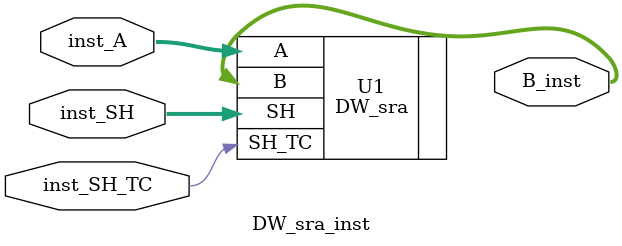
<source format=v>
module DW_sra_inst( inst_A, inst_SH, inst_SH_TC, B_inst );

parameter A_width = 8;
parameter SH_width = 3;


input [A_width-1 : 0] inst_A;
input [SH_width-1 : 0] inst_SH;
input inst_SH_TC;
output [A_width-1 : 0] B_inst;

    // Instance of DW_sra
    DW_sra #(A_width, SH_width)
	  U1 ( .A(inst_A), .SH(inst_SH), .SH_TC(inst_SH_TC), .B(B_inst) );

endmodule

</source>
